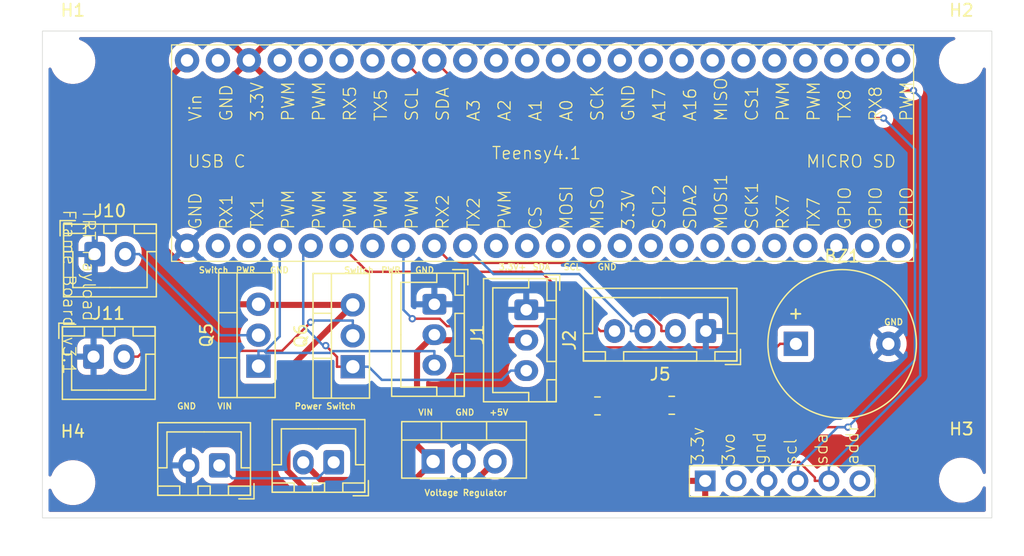
<source format=kicad_pcb>
(kicad_pcb (version 20241229) (generator "pcbnew") (generator_version "9.0")
  (layers (0 "F.Cu" signal) (2 "B.Cu" signal) (13 "F.Paste" user) (15 "B.Paste" user) (5 "F.SilkS" user "F.Silkscreen") (7 "B.SilkS" user "B.Silkscreen") (1 "F.Mask" user) (3 "B.Mask" user) (25 "Edge.Cuts" user))
  (net 0 "")
  (net 2 "SCL")
  (net 3 "GND")
  (net 4 "SDA")
  (net 5 "+3.3V")
  (net 7 "BuzzerPin")
  (net 8 "Nichrome1")
  (net 9 "+9V")
  (net 10 "Nichrome2")
  (net 11 "Net-(J3-Pin_1)")
  (net 12 "+5V")
  (net 28 "Net-(J10-Pin_2)")
  (net 34 "VehicleRX")
  (net 41 "VehicleTX")
  (net 51 "VehicleOn")
  (net 53 "Net-(J11-Pin_2)")
  (footprint "MountingHole:MountingHole_3.2mm_M3" (layer "F.Cu") (at 119.5 58)
    (property "Reference" "H1" (at 0 -4.2 0) (layer "F.SilkS"))
    (property "Value" "MountingHole")
    (pad "" np_thru_hole circle (at 0 0) (size 3.2 3.2) (drill 3.2) (layers "*.Cu" "*.Mask"))
  )
  (footprint "Connector_JST:JST_XH_B3B-XH-A_1x03_P2.50mm_Vertical" (layer "F.Cu") (at 149.2 77.95 -90)
    (property "Reference" "J1" (at 2.5 -3.55 90) (layer "F.SilkS"))
    (property "Value" "Nichrome 1" (hide yes))
    (fp_line (start -2.56 3.51) (end 7.56 3.51) (stroke (width 0.12)) (layer "F.SilkS"))
    (fp_line (start 7.56 3.51) (end 7.56 -2.46) (stroke (width 0.12)) (layer "F.SilkS"))
    (fp_line (start -1.8 2.75) (end 2.5 2.75) (stroke (width 0.12)) (layer "F.SilkS"))
    (fp_line (start 6.8 2.75) (end 2.5 2.75) (stroke (width 0.12)) (layer "F.SilkS"))
    (fp_line (start -2.55 -0.2) (end -1.8 -0.2) (stroke (width 0.12)) (layer "F.SilkS"))
    (fp_line (start -1.8 -0.2) (end -1.8 2.75) (stroke (width 0.12)) (layer "F.SilkS"))
    (fp_line (start 6.8 -0.2) (end 6.8 2.75) (stroke (width 0.12)) (layer "F.SilkS"))
    (fp_line (start 7.55 -0.2) (end 6.8 -0.2) (stroke (width 0.12)) (layer "F.SilkS"))
    (fp_line (start -2.55 -1.7) (end -0.75 -1.7) (stroke (width 0.12)) (layer "F.SilkS"))
    (fp_line (start -0.75 -1.7) (end -0.75 -2.45) (stroke (width 0.12)) (layer "F.SilkS"))
    (fp_line (start 0.75 -1.7) (end 4.25 -1.7) (stroke (width 0.12)) (layer "F.SilkS"))
    (fp_line (start 4.25 -1.7) (end 4.25 -2.45) (stroke (width 0.12)) (layer "F.SilkS"))
    (fp_line (start 5.75 -1.7) (end 7.55 -1.7) (stroke (width 0.12)) (layer "F.SilkS"))
    (fp_line (start 7.55 -1.7) (end 7.55 -2.45) (stroke (width 0.12)) (layer "F.SilkS"))
    (fp_line (start -2.55 -2.45) (end -2.55 -1.7) (stroke (width 0.12)) (layer "F.SilkS"))
    (fp_line (start -0.75 -2.45) (end -2.55 -2.45) (stroke (width 0.12)) (layer "F.SilkS"))
    (fp_line (start 0.75 -2.45) (end 0.75 -1.7) (stroke (width 0.12)) (layer "F.SilkS"))
    (fp_line (start 4.25 -2.45) (end 0.75 -2.45) (stroke (width 0.12)) (layer "F.SilkS"))
    (fp_line (start 5.75 -2.45) (end 5.75 -1.7) (stroke (width 0.12)) (layer "F.SilkS"))
    (fp_line (start 7.55 -2.45) (end 5.75 -2.45) (stroke (width 0.12)) (layer "F.SilkS"))
    (fp_line (start -2.56 -2.46) (end -2.56 3.51) (stroke (width 0.12)) (layer "F.SilkS"))
    (fp_line (start 7.56 -2.46) (end -2.56 -2.46) (stroke (width 0.12)) (layer "F.SilkS"))
    (fp_line (start -2.85 -2.75) (end -2.85 -1.5) (stroke (width 0.12)) (layer "F.SilkS"))
    (fp_line (start -1.6 -2.75) (end -2.85 -2.75) (stroke (width 0.12)) (layer "F.SilkS"))
    (pad "1" thru_hole roundrect (at 0 0 270) (size 1.7 1.95) (drill 0.95) (layers "*.Cu" "*.Mask") (roundrect_rratio 0.147059) (net 3 "GND"))
    (pad "2" thru_hole oval (at 2.5 0 270) (size 1.7 1.95) (drill 0.95) (layers "*.Cu" "*.Mask") (net 9 "+9V"))
    (pad "3" thru_hole oval (at 5 0 270) (size 1.7 1.95) (drill 0.95) (layers "*.Cu" "*.Mask") (net 8 "Nichrome1"))
  )
  (footprint "Breakout Boards:Teensy_4.1" (layer "F.Cu") (at 158.09 65.53 90)
    (property "Reference" "Teensy4.1" (at 0 -0.5 0) (layer "F.SilkS") (effects (font (thickness 0.1))))
    (property "Value" "~")
    (fp_line (start 8.89 -30.48) (end -8.89 -30.48) (stroke (width 0.1)) (layer "F.SilkS"))
    (fp_line (start 8.89 -30.48) (end 8.89 -2.54) (stroke (width 0.1)) (layer "F.SilkS"))
    (fp_line (start -8.89 -1.27) (end -8.89 -30.48) (stroke (width 0.1)) (layer "F.SilkS"))
    (fp_line (start -8.89 -1.27) (end -8.89 0) (stroke (width 0.1)) (layer "F.SilkS"))
    (fp_line (start -8.89 0) (end -8.89 30.48) (stroke (width 0.1)) (layer "F.SilkS"))
    (fp_line (start 8.89 30.48) (end 8.89 -2.54) (stroke (width 0.1)) (layer "F.SilkS"))
    (fp_line (start -8.89 30.48) (end 8.89 30.48) (stroke (width 0.1)) (layer "F.SilkS"))
    (fp_text user "TX7" (at -6.35 22.86 90) (layer "F.SilkS") (effects (font (thickness 0.1)) (justify left bottom)))
    (fp_text user "SDA" (at 2.54 -7.62 90) (layer "F.SilkS") (effects (font (thickness 0.1)) (justify left bottom)))
    (fp_text user "Vin" (at 2.54 -27.94 90) (layer "F.SilkS") (effects (font (thickness 0.1)) (justify left bottom)))
    (fp_text user "PWM" (at 2.54 22.86 90) (layer "F.SilkS") (effects (font (thickness 0.1)) (justify left bottom)))
    (fp_text user "PWM" (at -6.35 -17.78 90) (layer "F.SilkS") (effects (font (thickness 0.1)) (justify left bottom)))
    (fp_text user "A16" (at 2.54 12.7 90) (layer "F.SilkS") (effects (font (thickness 0.1)) (justify left bottom)))
    (fp_text user "PWM" (at 2.54 -17.78 90) (layer "F.SilkS") (effects (font (thickness 0.1)) (justify left bottom)))
    (fp_text user "A0" (at 2.54 2.54 90) (layer "F.SilkS") (effects (font (thickness 0.1)) (justify left bottom)))
    (fp_text user "TX5" (at 2.54 -12.7 90) (layer "F.SilkS") (effects (font (thickness 0.1)) (justify left bottom)))
    (fp_text user "TX2" (at -6.35 -5.08 90) (layer "F.SilkS") (effects (font (thickness 0.1)) (justify left bottom)))
    (fp_text user "A1" (at 2.54 0 90) (layer "F.SilkS") (effects (font (thickness 0.1)) (justify left bottom)))
    (fp_text user "SCL2" (at -6.35 10.16 90) (layer "F.SilkS") (effects (font (thickness 0.1)) (justify left bottom)))
    (fp_text user "MOSI1" (at -6.35 15.24 90) (layer "F.SilkS") (effects (font (thickness 0.1)) (justify left bottom)))
    (fp_text user "SCL" (at 2.54 -10.16 90) (layer "F.SilkS") (effects (font (thickness 0.1)) (justify left bottom)))
    (fp_text user "RX8" (at 2.54 27.94 90) (layer "F.SilkS") (effects (font (thickness 0.1)) (justify left bottom)))
    (fp_text user "GND" (at -6.35 -27.94 90) (layer "F.SilkS") (effects (font (thickness 0.1)) (justify left bottom)))
    (fp_text user "GPIO" (at -6.35 30.48 90) (layer "F.SilkS") (effects (font (thickness 0.1)) (justify left bottom)))
    (fp_text user "A3" (at 2.54 -5.08 90) (layer "F.SilkS") (effects (font (thickness 0.1)) (justify left bottom)))
    (fp_text user "GPIO" (at -6.35 25.4 90) (layer "F.SilkS") (effects (font (thickness 0.1)) (justify left bottom)))
    (fp_text user "PWM" (at -6.35 -15.24 90) (layer "F.SilkS") (effects (font (thickness 0.1)) (justify left bottom)))
    (fp_text user "MISO" (at -6.35 5.08 90) (layer "F.SilkS") (effects (font (thickness 0.1)) (justify left bottom)))
    (fp_text user "RX2" (at -6.35 -7.62 90) (layer "F.SilkS") (effects (font (thickness 0.1)) (justify left bottom)))
    (fp_text user "A17" (at 2.54 10.16 90) (layer "F.SilkS") (effects (font (thickness 0.1)) (justify left bottom)))
    (fp_text user "MISO" (at 2.54 15.24 90) (layer "F.SilkS") (effects (font (thickness 0.1)) (justify left bottom)))
    (fp_text user "SCK" (at 2.54 5.08 90) (layer "F.SilkS") (effects (font (thickness 0.1)) (justify left bottom)))
    (fp_text user "PWM" (at -6.35 -10.16 90) (layer "F.SilkS") (effects (font (thickness 0.1)) (justify left bottom)))
    (fp_text user "PWM" (at 2.54 20.32 90) (layer "F.SilkS") (effects (font (thickness 0.1)) (justify left bottom)))
    (fp_text user "TX8" (at 2.54 25.4 90) (layer "F.SilkS") (effects (font (thickness 0.1)) (justify left bottom)))
    (fp_text user "3.3V" (at 2.54 -22.86 90) (layer "F.SilkS") (effects (font (thickness 0.1)) (justify left bottom)))
    (fp_text user "USB C" (at -1.27 -29.21 0) (layer "F.SilkS") (effects (font (thickness 0.1)) (justify left bottom)))
    (fp_text user "PWM" (at -6.35 -2.54 90) (layer "F.SilkS") (effects (font (thickness 0.1)) (justify left bottom)))
    (fp_text user "SDA2" (at -6.35 12.7 90) (layer "F.SilkS") (effects (font (thickness 0.1)) (justify left bottom)))
    (fp_text user "CS1" (at 2.54 17.78 90) (layer "F.SilkS") (effects (font (thickness 0.1)) (justify left bottom)))
    (fp_text user "MICRO SD" (at -1.27 21.59 0) (layer "F.SilkS") (effects (font (thickness 0.1)) (justify left bottom)))
    (fp_text user "RX1" (at -6.35 -25.4 90) (layer "F.SilkS") (effects (font (thickness 0.1)) (justify left bottom)))
    (fp_text user "SCK1" (at -6.35 17.78 90) (layer "F.SilkS") (effects (font (thickness 0.1)) (justify left bottom)))
    (fp_text user "RX7" (at -6.35 20.32 90) (layer "F.SilkS") (effects (font (thickness 0.1)) (justify left bottom)))
    (fp_text user "GND" (at 2.54 7.62 90) (layer "F.SilkS") (effects (font (thickness 0.1)) (justify left bottom)))
    (fp_text user "MOSI" (at -6.35 2.54 90) (layer "F.SilkS") (effects (font (thickness 0.1)) (justify left bottom)))
    (fp_text user "RX5" (at 2.54 -15.24 90) (layer "F.SilkS") (effects (font (thickness 0.1)) (justify left bottom)))
    (fp_text user "TX1" (at -6.35 -22.86 90) (layer "F.SilkS") (effects (font (thickness 0.1)) (justify left bottom)))
    (fp_text user "PWM" (at -6.35 -12.7 90) (layer "F.SilkS") (effects (font (thickness 0.1)) (justify left bottom)))
    (fp_text user "PWM" (at -6.35 -20.32 90) (layer "F.SilkS") (effects (font (thickness 0.1)) (justify left bottom)))
    (fp_text user "GPIO" (at -6.35 27.94 90) (layer "F.SilkS") (effects (font (thickness 0.1)) (justify left bottom)))
    (fp_text user "CS" (at -6.35 0 90) (layer "F.SilkS") (effects (font (thickness 0.1)) (justify left bottom)))
    (fp_text user "3.3V" (at -6.35 7.62 90) (layer "F.SilkS") (effects (font (thickness 0.1)) (justify left bottom)))
    (fp_text user "PWM" (at 2.54 30.48 90) (layer "F.SilkS") (effects (font (thickness 0.1)) (justify left bottom)))
    (fp_text user "A2" (at 2.54 -2.54 90) (layer "F.SilkS") (effects (font (thickness 0.1)) (justify left bottom)))
    (fp_text user "GND" (at 2.54 -25.4 90) (layer "F.SilkS") (effects (font (thickness 0.1)) (justify left bottom)))
    (fp_text user "PWM" (at 2.54 -20.32 90) (layer "F.SilkS") (effects (font (thickness 0.1)) (justify left bottom)))
    (pad "0" thru_hole circle (at -7.62 -29.21 90) (size 2 2) (drill 1.02) (layers "*.Cu" "*.Mask") (net 3 "GND"))
    (pad "1" thru_hole circle (at -7.62 -26.67 90) (size 2 2) (drill 1.02) (layers "*.Cu" "*.Mask"))
    (pad "2" thru_hole circle (at -7.62 -24.13 90) (size 2 2) (drill 1.02) (layers "*.Cu" "*.Mask"))
    (pad "3" thru_hole circle (at -7.62 -21.59 90) (size 2 2) (drill 1.02) (layers "*.Cu" "*.Mask") (net 8 "Nichrome1"))
    (pad "4" thru_hole circle (at -7.62 -19.05 90) (size 2 2) (drill 1.02) (layers "*.Cu" "*.Mask") (net 10 "Nichrome2"))
    (pad "5" thru_hole circle (at -7.62 -16.51 90) (size 2 2) (drill 1.02) (layers "*.Cu" "*.Mask") (net 51 "VehicleOn"))
    (pad "6" thru_hole circle (at -7.62 -13.97 90) (size 2 2) (drill 1.02) (layers "*.Cu" "*.Mask"))
    (pad "7" thru_hole circle (at -7.62 -11.43 90) (size 2 2) (drill 1.02) (layers "*.Cu" "*.Mask") (net 7 "BuzzerPin"))
    (pad "8" thru_hole circle (at -7.62 -8.89 90) (size 2 2) (drill 1.02) (layers "*.Cu" "*.Mask") (net 41 "VehicleTX"))
    (pad "9" thru_hole circle (at -7.62 -6.35 90) (size 2 2) (drill 1.02) (layers "*.Cu" "*.Mask") (net 34 "VehicleRX"))
    (pad "10" thru_hole circle (at -7.62 -3.81 90) (size 2 2) (drill 1.02) (layers "*.Cu" "*.Mask"))
    (pad "11" thru_hole circle (at -7.62 -1.27 90) (size 2 2) (drill 1.02) (layers "*.Cu" "*.Mask"))
    (pad "12" thru_hole circle (at -7.62 1.27 90) (size 2 2) (drill 1.02) (layers "*.Cu" "*.Mask"))
    (pad "13" thru_hole circle (at -7.62 3.81 90) (size 2 2) (drill 1.02) (layers "*.Cu" "*.Mask"))
    (pad "14" thru_hole circle (at -7.62 6.35 90) (size 2 2) (drill 1.02) (layers "*.Cu" "*.Mask"))
    (pad "15" thru_hole circle (at -7.62 8.89 90) (size 2 2) (drill 1.02) (layers "*.Cu" "*.Mask"))
    (pad "16" thru_hole circle (at -7.62 11.43 90) (size 2 2) (drill 1.02) (layers "*.Cu" "*.Mask"))
    (pad "17" thru_hole circle (at -7.62 13.97 90) (size 2 2) (drill 1.02) (layers "*.Cu" "*.Mask"))
    (pad "18" thru_hole circle (at -7.62 16.51 90) (size 2 2) (drill 1.02) (layers "*.Cu" "*.Mask"))
    (pad "19" thru_hole circle (at -7.62 19.05 90) (size 2 2) (drill 1.02) (layers "*.Cu" "*.Mask"))
    (pad "20" thru_hole circle (at -7.62 21.59 90) (size 2 2) (drill 1.02) (layers "*.Cu" "*.Mask"))
    (pad "21" thru_hole circle (at -7.62 24.13 90) (size 2 2) (drill 1.02) (layers "*.Cu" "*.Mask"))
    (pad "22" thru_hole circle (at -7.62 26.67 90) (size 2 2) (drill 1.02) (layers "*.Cu" "*.Mask"))
    (pad "23" thru_hole circle (at -7.62 29.21 90) (size 2 2) (drill 1.02) (layers "*.Cu" "*.Mask"))
    (pad "24" thru_hole circle (at 7.62 29.21 90) (size 2 2) (drill 1.02) (layers "*.Cu" "*.Mask"))
    (pad "25" thru_hole circle (at 7.62 26.67 90) (size 2 2) (drill 1.02) (layers "*.Cu" "*.Mask"))
    (pad "26" thru_hole circle (at 7.62 24.13 90) (size 2 2) (drill 1.02) (layers "*.Cu" "*.Mask"))
    (pad "27" thru_hole circle (at 7.62 21.59 90) (size 2 2) (drill 1.02) (layers "*.Cu" "*.Mask"))
    (pad "28" thru_hole circle (at 7.62 19.05 90) (size 2 2) (drill 1.02) (layers "*.Cu" "*.Mask"))
    (pad "29" thru_hole circle (at 7.62 16.51 90) (size 2 2) (drill 1.02) (layers "*.Cu" "*.Mask"))
    (pad "30" thru_hole circle (at 7.62 13.97 90) (size 2 2) (drill 1.02) (layers "*.Cu" "*.Mask"))
    (pad "31" thru_hole circle (at 7.62 11.43 90) (size 2 2) (drill 1.02) (layers "*.Cu" "*.Mask"))
    (pad "32" thru_hole circle (at 7.62 8.89 90) (size 2 2) (drill 1.02) (layers "*.Cu" "*.Mask"))
    (pad "33" thru_hole circle (at 7.62 6.35 90) (size 2 2) (drill 1.02) (layers "*.Cu" "*.Mask"))
    (pad "34" thru_hole circle (at 7.62 3.81 90) (size 2 2) (drill 1.02) (layers "*.Cu" "*.Mask"))
    (pad "35" thru_hole circle (at 7.62 1.27 90) (size 2 2) (drill 1.02) (layers "*.Cu" "*.Mask"))
    (pad "36" thru_hole circle (at 7.62 -1.27 90) (size 2 2) (drill 1.02) (layers "*.Cu" "*.Mask"))
    (pad "37" thru_hole circle (at 7.62 -3.81 90) (size 2 2) (drill 1.02) (layers "*.Cu" "*.Mask"))
    (pad "38" thru_hole circle (at 7.62 -6.35 90) (size 2 2) (drill 1.02) (layers "*.Cu" "*.Mask"))
    (pad "39" thru_hole circle (at 7.62 -8.89 90) (size 2 2) (drill 1.02) (layers "*.Cu" "*.Mask") (net 4 "SDA"))
    (pad "40" thru_hole circle (at 7.62 -11.43 90) (size 2 2) (drill 1.02) (layers "*.Cu" "*.Mask") (net 2 "SCL"))
    (pad "41" thru_hole circle (at 7.62 -13.97 90) (size 2 2) (drill 1.02) (layers "*.Cu" "*.Mask"))
    (pad "42" thru_hole circle (at 7.62 -16.51 90) (size 2 2) (drill 1.02) (layers "*.Cu" "*.Mask"))
    (pad "43" thru_hole circle (at 7.62 -19.05 90) (size 2 2) (drill 1.02) (layers "*.Cu" "*.Mask"))
    (pad "44" thru_hole circle (at 7.62 -21.59 90) (size 2 2) (drill 1.02) (layers "*.Cu" "*.Mask"))
    (pad "45" thru_hole circle (at 7.62 -24.13 90) (size 2 2) (drill 1.02) (layers "*.Cu" "*.Mask") (net 5 "+3.3V"))
    (pad "46" thru_hole circle (at 7.62 -26.67 90) (size 2 2) (drill 1.02) (layers "*.Cu" "*.Mask"))
    (pad "47" thru_hole circle (at 7.62 -29.21 90) (size 2 2) (drill 1.02) (layers "*.Cu" "*.Mask") (net 12 "+5V"))
  )
  (footprint "Connector_JST:JST_XH_B2B-XH-A_1x02_P2.50mm_Vertical" (layer "F.Cu") (at 131.532 91.186 180)
    (property "Reference" "J3" (hide yes))
    (property "Value" "Battery in")
    (fp_line (start 5.06 3.51) (end 5.06 -2.46) (stroke (width 0.12)) (layer "F.SilkS"))
    (fp_line (start 5.06 -2.46) (end -2.56 -2.46) (stroke (width 0.12)) (layer "F.SilkS"))
    (fp_line (start 5.05 -0.2) (end 4.3 -0.2) (stroke (width 0.12)) (layer "F.SilkS"))
    (fp_line (start 5.05 -1.7) (end 5.05 -2.45) (stroke (width 0.12)) (layer "F.SilkS"))
    (fp_line (start 5.05 -2.45) (end 3.25 -2.45) (stroke (width 0.12)) (layer "F.SilkS"))
    (fp_line (start 4.3 2.75) (end 1.25 2.75) (stroke (width 0.12)) (layer "F.SilkS"))
    (fp_line (start 4.3 -0.2) (end 4.3 2.75) (stroke (width 0.12)) (layer "F.SilkS"))
    (fp_line (start 3.25 -1.7) (end 5.05 -1.7) (stroke (width 0.12)) (layer "F.SilkS"))
    (fp_line (start 3.25 -2.45) (end 3.25 -1.7) (stroke (width 0.12)) (layer "F.SilkS"))
    (fp_line (start 1.75 -1.7) (end 1.75 -2.45) (stroke (width 0.12)) (layer "F.SilkS"))
    (fp_line (start 1.75 -2.45) (end 0.75 -2.45) (stroke (width 0.12)) (layer "F.SilkS"))
    (fp_line (start 0.75 -1.7) (end 1.75 -1.7) (stroke (width 0.12)) (layer "F.SilkS"))
    (fp_line (start 0.75 -2.45) (end 0.75 -1.7) (stroke (width 0.12)) (layer "F.SilkS"))
    (fp_line (start -0.75 -1.7) (end -0.75 -2.45) (stroke (width 0.12)) (layer "F.SilkS"))
    (fp_line (start -0.75 -2.45) (end -2.55 -2.45) (stroke (width 0.12)) (layer "F.SilkS"))
    (fp_line (start -1.6 -2.75) (end -2.85 -2.75) (stroke (width 0.12)) (layer "F.SilkS"))
    (fp_line (start -1.8 2.75) (end 1.25 2.75) (stroke (width 0.12)) (layer "F.SilkS"))
    (fp_line (start -1.8 -0.2) (end -1.8 2.75) (stroke (width 0.12)) (layer "F.SilkS"))
    (fp_line (start -2.55 -0.2) (end -1.8 -0.2) (stroke (width 0.12)) (layer "F.SilkS"))
    (fp_line (start -2.55 -1.7) (end -0.75 -1.7) (stroke (width 0.12)) (layer "F.SilkS"))
    (fp_line (start -2.55 -2.45) (end -2.55 -1.7) (stroke (width 0.12)) (layer "F.SilkS"))
    (fp_line (start -2.56 3.51) (end 5.06 3.51) (stroke (width 0.12)) (layer "F.SilkS"))
    (fp_line (start -2.56 -2.46) (end -2.56 3.51) (stroke (width 0.12)) (layer "F.SilkS"))
    (fp_line (start -2.85 -2.75) (end -2.85 -1.5) (stroke (width 0.12)) (layer "F.SilkS"))
    (pad "1" thru_hole roundrect (at 0 0 180) (size 1.7 2) (drill 1) (layers "*.Cu" "*.Mask") (roundrect_rratio 0.147059) (net 11 "Net-(J3-Pin_1)"))
    (pad "2" thru_hole oval (at 2.5 0 180) (size 1.7 2) (drill 1) (layers "*.Cu" "*.Mask") (net 3 "GND"))
  )
  (footprint "Connector_JST:JST_XH_B4B-XH-A_1x04_P2.50mm_Vertical" (layer "F.Cu") (at 171.5 80.15 180)
    (property "Reference" "J5" (at 3.75 -3.55 0) (layer "F.SilkS"))
    (property "Value" "BayConnector")
    (fp_line (start 10.06 3.51) (end 10.06 -2.46) (stroke (width 0.12)) (layer "F.SilkS"))
    (fp_line (start 10.06 -2.46) (end -2.56 -2.46) (stroke (width 0.12)) (layer "F.SilkS"))
    (fp_line (start 10.05 -0.2) (end 9.3 -0.2) (stroke (width 0.12)) (layer "F.SilkS"))
    (fp_line (start 10.05 -1.7) (end 10.05 -2.45) (stroke (width 0.12)) (layer "F.SilkS"))
    (fp_line (start 10.05 -2.45) (end 8.25 -2.45) (stroke (width 0.12)) (layer "F.SilkS"))
    (fp_line (start 9.3 2.75) (end 3.75 2.75) (stroke (width 0.12)) (layer "F.SilkS"))
    (fp_line (start 9.3 -0.2) (end 9.3 2.75) (stroke (width 0.12)) (layer "F.SilkS"))
    (fp_line (start 8.25 -1.7) (end 10.05 -1.7) (stroke (width 0.12)) (layer "F.SilkS"))
    (fp_line (start 8.25 -2.45) (end 8.25 -1.7) (stroke (width 0.12)) (layer "F.SilkS"))
    (fp_line (start 6.75 -1.7) (end 6.75 -2.45) (stroke (width 0.12)) (layer "F.SilkS"))
    (fp_line (start 6.75 -2.45) (end 0.75 -2.45) (stroke (width 0.12)) (layer "F.SilkS"))
    (fp_line (start 0.75 -1.7) (end 6.75 -1.7) (stroke (width 0.12)) (layer "F.SilkS"))
    (fp_line (start 0.75 -2.45) (end 0.75 -1.7) (stroke (width 0.12)) (layer "F.SilkS"))
    (fp_line (start -0.75 -1.7) (end -0.75 -2.45) (stroke (width 0.12)) (layer "F.SilkS"))
    (fp_line (start -0.75 -2.45) (end -2.55 -2.45) (stroke (width 0.12)) (layer "F.SilkS"))
    (fp_line (start -1.6 -2.75) (end -2.85 -2.75) (stroke (width 0.12)) (layer "F.SilkS"))
    (fp_line (start -1.8 2.75) (end 3.75 2.75) (stroke (width 0.12)) (layer "F.SilkS"))
    (fp_line (start -1.8 -0.2) (end -1.8 2.75) (stroke (width 0.12)) (layer "F.SilkS"))
    (fp_line (start -2.55 -0.2) (end -1.8 -0.2) (stroke (width 0.12)) (layer "F.SilkS"))
    (fp_line (start -2.55 -1.7) (end -0.75 -1.7) (stroke (width 0.12)) (layer "F.SilkS"))
    (fp_line (start -2.55 -2.45) (end -2.55 -1.7) (stroke (width 0.12)) (layer "F.SilkS"))
    (fp_line (start -2.56 3.51) (end 10.06 3.51) (stroke (width 0.12)) (layer "F.SilkS"))
    (fp_line (start -2.56 -2.46) (end -2.56 3.51) (stroke (width 0.12)) (layer "F.SilkS"))
    (fp_line (start -2.85 -2.75) (end -2.85 -1.5) (stroke (width 0.12)) (layer "F.SilkS"))
    (pad "1" thru_hole roundrect (at 0 0 180) (size 1.7 1.95) (drill 0.95) (layers "*.Cu" "*.Mask") (roundrect_rratio 0.147059) (net 3 "GND"))
    (pad "2" thru_hole oval (at 2.5 0 180) (size 1.7 1.95) (drill 0.95) (layers "*.Cu" "*.Mask") (net 41 "VehicleTX"))
    (pad "3" thru_hole oval (at 5 0 180) (size 1.7 1.95) (drill 0.95) (layers "*.Cu" "*.Mask") (net 34 "VehicleRX"))
    (pad "4" thru_hole oval (at 7.5 0 180) (size 1.7 1.95) (drill 0.95) (layers "*.Cu" "*.Mask") (net 51 "VehicleOn"))
  )
  (footprint "Package_TO_SOT_THT:TO-220-3_Vertical" (layer "F.Cu") (at 142.5 83.08 90)
    (property "Reference" "Q6" (at 2.54 -4.27 90) (layer "F.SilkS"))
    (property "Value" "Nichrome")
    (fp_line (start 7.66 -3.27) (end 7.66 1.371) (stroke (width 0.12)) (layer "F.SilkS"))
    (fp_line (start 4.391 -3.27) (end 4.391 -1.76) (stroke (width 0.12)) (layer "F.SilkS"))
    (fp_line (start 0.69 -3.27) (end 0.69 -1.76) (stroke (width 0.12)) (layer "F.SilkS"))
    (fp_line (start -2.58 -3.27) (end 7.66 -3.27) (stroke (width 0.12)) (layer "F.SilkS"))
    (fp_line (start -2.58 -3.27) (end -2.58 1.371) (stroke (width 0.12)) (layer "F.SilkS"))
    (fp_line (start -2.58 -1.76) (end 7.66 -1.76) (stroke (width 0.12)) (layer "F.SilkS"))
    (fp_line (start -2.58 1.371) (end 7.66 1.371) (stroke (width 0.12)) (layer "F.SilkS"))
    (pad "1" thru_hole rect (at 0 0 90) (size 1.905 2) (drill 1.1) (layers "*.Cu" "*.Mask") (net 10 "Nichrome2"))
    (pad "2" thru_hole oval (at 2.54 0 90) (size 1.905 2) (drill 1.1) (layers "*.Cu" "*.Mask") (net 53 "Net-(J11-Pin_2)"))
    (pad "3" thru_hole oval (at 5.08 0 90) (size 1.905 2) (drill 1.1) (layers "*.Cu" "*.Mask") (net 12 "+5V"))
  )
  (footprint "Package_TO_SOT_THT:TO-220-3_Vertical" (layer "F.Cu") (at 134.75 83.03 90)
    (property "Reference" "Q5" (at 2.54 -4.27 90) (layer "F.SilkS"))
    (property "Value" "Nichrome")
    (fp_line (start 7.66 -3.27) (end 7.66 1.371) (stroke (width 0.12)) (layer "F.SilkS"))
    (fp_line (start 4.391 -3.27) (end 4.391 -1.76) (stroke (width 0.12)) (layer "F.SilkS"))
    (fp_line (start 0.69 -3.27) (end 0.69 -1.76) (stroke (width 0.12)) (layer "F.SilkS"))
    (fp_line (start -2.58 -3.27) (end 7.66 -3.27) (stroke (width 0.12)) (layer "F.SilkS"))
    (fp_line (start -2.58 -3.27) (end -2.58 1.371) (stroke (width 0.12)) (layer "F.SilkS"))
    (fp_line (start -2.58 -1.76) (end 7.66 -1.76) (stroke (width 0.12)) (layer "F.SilkS"))
    (fp_line (start -2.58 1.371) (end 7.66 1.371) (stroke (width 0.12)) (layer "F.SilkS"))
    (pad "1" thru_hole rect (at 0 0 90) (size 1.905 2) (drill 1.1) (layers "*.Cu" "*.Mask") (net 8 "Nichrome1"))
    (pad "2" thru_hole oval (at 2.54 0 90) (size 1.905 2) (drill 1.1) (layers "*.Cu" "*.Mask") (net 28 "Net-(J10-Pin_2)"))
    (pad "3" thru_hole oval (at 5.08 0 90) (size 1.905 2) (drill 1.1) (layers "*.Cu" "*.Mask") (net 12 "+5V"))
  )
  (footprint "Connector_JST:JST_XH_B2B-XH-A_1x02_P2.50mm_Vertical" (layer "F.Cu") (at 140.93 90.932 180)
    (property "Reference" "J6" (hide yes))
    (property "Value" "Switch")
    (fp_line (start 5.06 3.51) (end 5.06 -2.46) (stroke (width 0.12)) (layer "F.SilkS"))
    (fp_line (start 5.06 -2.46) (end -2.56 -2.46) (stroke (width 0.12)) (layer "F.SilkS"))
    (fp_line (start 5.05 -0.2) (end 4.3 -0.2) (stroke (width 0.12)) (layer "F.SilkS"))
    (fp_line (start 5.05 -1.7) (end 5.05 -2.45) (stroke (width 0.12)) (layer "F.SilkS"))
    (fp_line (start 5.05 -2.45) (end 3.25 -2.45) (stroke (width 0.12)) (layer "F.SilkS"))
    (fp_line (start 4.3 2.75) (end 1.25 2.75) (stroke (width 0.12)) (layer "F.SilkS"))
    (fp_line (start 4.3 -0.2) (end 4.3 2.75) (stroke (width 0.12)) (layer "F.SilkS"))
    (fp_line (start 3.25 -1.7) (end 5.05 -1.7) (stroke (width 0.12)) (layer "F.SilkS"))
    (fp_line (start 3.25 -2.45) (end 3.25 -1.7) (stroke (width 0.12)) (layer "F.SilkS"))
    (fp_line (start 1.75 -1.7) (end 1.75 -2.45) (stroke (width 0.12)) (layer "F.SilkS"))
    (fp_line (start 1.75 -2.45) (end 0.75 -2.45) (stroke (width 0.12)) (layer "F.SilkS"))
    (fp_line (start 0.75 -1.7) (end 1.75 -1.7) (stroke (width 0.12)) (layer "F.SilkS"))
    (fp_line (start 0.75 -2.45) (end 0.75 -1.7) (stroke (width 0.12)) (layer "F.SilkS"))
    (fp_line (start -0.75 -1.7) (end -0.75 -2.45) (stroke (width 0.12)) (layer "F.SilkS"))
    (fp_line (start -0.75 -2.45) (end -2.55 -2.45) (stroke (width 0.12)) (layer "F.SilkS"))
    (fp_line (start -1.6 -2.75) (end -2.85 -2.75) (stroke (width 0.12)) (layer "F.SilkS"))
    (fp_line (start -1.8 2.75) (end 1.25 2.75) (stroke (width 0.12)) (layer "F.SilkS"))
    (fp_line (start -1.8 -0.2) (end -1.8 2.75) (stroke (width 0.12)) (layer "F.SilkS"))
    (fp_line (start -2.55 -0.2) (end -1.8 -0.2) (stroke (width 0.12)) (layer "F.SilkS"))
    (fp_line (start -2.55 -1.7) (end -0.75 -1.7) (stroke (width 0.12)) (layer "F.SilkS"))
    (fp_line (start -2.55 -2.45) (end -2.55 -1.7) (stroke (width 0.12)) (layer "F.SilkS"))
    (fp_line (start -2.56 3.51) (end 5.06 3.51) (stroke (width 0.12)) (layer "F.SilkS"))
    (fp_line (start -2.56 -2.46) (end -2.56 3.51) (stroke (width 0.12)) (layer "F.SilkS"))
    (fp_line (start -2.85 -2.75) (end -2.85 -1.5) (stroke (width 0.12)) (layer "F.SilkS"))
    (pad "1" thru_hole roundrect (at 0 0 180) (size 1.7 2) (drill 1) (layers "*.Cu" "*.Mask") (roundrect_rratio 0.147059) (net 11 "Net-(J3-Pin_1)"))
    (pad "2" thru_hole oval (at 2.5 0 180) (size 1.7 2) (drill 1) (layers "*.Cu" "*.Mask") (net 9 "+9V"))
  )
  (footprint "MountingHole:MountingHole_3.2mm_M3" (layer "F.Cu") (at 192.5 92.4)
    (property "Reference" "H3" (at 0 -4.2 0) (layer "F.SilkS"))
    (property "Value" "MountingHole")
    (pad "" np_thru_hole circle (at 0 0) (size 3.2 3.2) (drill 3.2) (layers "*.Cu" "*.Mask"))
  )
  (footprint "Buzzer_Beeper:Buzzer_12x9.5RM7.6" (layer "F.Cu") (at 178.9 81.2)
    (property "Reference" "BZ1" (at 3.8 -7.2 0) (layer "F.SilkS"))
    (property "Value" "Buzzer")
    (fp_circle (center 3.8 0) (end 9.9 0) (stroke (width 0.12)) (fill no) (layer "F.SilkS"))
    (fp_text user "+" (at -0.01 -2.54 0) (layer "F.SilkS"))
    (pad "1" thru_hole rect (at 0 0) (size 2 2) (drill 1) (layers "*.Cu" "*.Mask") (net 7 "BuzzerPin"))
    (pad "2" thru_hole circle (at 7.6 0) (size 2 2) (drill 1) (layers "*.Cu" "*.Mask") (net 3 "GND"))
  )
  (footprint "MountingHole:MountingHole_3.2mm_M3" (layer "F.Cu") (at 192.5 58)
    (property "Reference" "H2" (at 0 -4.2 0) (layer "F.SilkS"))
    (property "Value" "MountingHole")
    (pad "" np_thru_hole circle (at 0 0) (size 3.2 3.2) (drill 3.2) (layers "*.Cu" "*.Mask"))
  )
  (footprint "Connector_JST:JST_XH_B2B-XH-A_1x02_P2.50mm_Vertical" (layer "F.Cu") (at 121.3 73.825)
    (property "Reference" "J10" (at 1.25 -3.55 0) (layer "F.SilkS"))
    (property "Value" "Nichrome")
    (fp_line (start -2.85 -2.75) (end -2.85 -1.5) (stroke (width 0.12)) (layer "F.SilkS"))
    (fp_line (start -2.56 -2.46) (end -2.56 3.51) (stroke (width 0.12)) (layer "F.SilkS"))
    (fp_line (start -2.56 3.51) (end 5.06 3.51) (stroke (width 0.12)) (layer "F.SilkS"))
    (fp_line (start -2.55 -2.45) (end -2.55 -1.7) (stroke (width 0.12)) (layer "F.SilkS"))
    (fp_line (start -2.55 -1.7) (end -0.75 -1.7) (stroke (width 0.12)) (layer "F.SilkS"))
    (fp_line (start -2.55 -0.2) (end -1.8 -0.2) (stroke (width 0.12)) (layer "F.SilkS"))
    (fp_line (start -1.8 -0.2) (end -1.8 2.75) (stroke (width 0.12)) (layer "F.SilkS"))
    (fp_line (start -1.8 2.75) (end 1.25 2.75) (stroke (width 0.12)) (layer "F.SilkS"))
    (fp_line (start -1.6 -2.75) (end -2.85 -2.75) (stroke (width 0.12)) (layer "F.SilkS"))
    (fp_line (start -0.75 -2.45) (end -2.55 -2.45) (stroke (width 0.12)) (layer "F.SilkS"))
    (fp_line (start -0.75 -1.7) (end -0.75 -2.45) (stroke (width 0.12)) (layer "F.SilkS"))
    (fp_line (start 0.75 -2.45) (end 0.75 -1.7) (stroke (width 0.12)) (layer "F.SilkS"))
    (fp_line (start 0.75 -1.7) (end 1.75 -1.7) (stroke (width 0.12)) (layer "F.SilkS"))
    (fp_line (start 1.75 -2.45) (end 0.75 -2.45) (stroke (width 0.12)) (layer "F.SilkS"))
    (fp_line (start 1.75 -1.7) (end 1.75 -2.45) (stroke (width 0.12)) (layer "F.SilkS"))
    (fp_line (start 3.25 -2.45) (end 3.25 -1.7) (stroke (width 0.12)) (layer "F.SilkS"))
    (fp_line (start 3.25 -1.7) (end 5.05 -1.7) (stroke (width 0.12)) (layer "F.SilkS"))
    (fp_line (start 4.3 -0.2) (end 4.3 2.75) (stroke (width 0.12)) (layer "F.SilkS"))
    (fp_line (start 4.3 2.75) (end 1.25 2.75) (stroke (width 0.12)) (layer "F.SilkS"))
    (fp_line (start 5.05 -2.45) (end 3.25 -2.45) (stroke (width 0.12)) (layer "F.SilkS"))
    (fp_line (start 5.05 -1.7) (end 5.05 -2.45) (stroke (width 0.12)) (layer "F.SilkS"))
    (fp_line (start 5.05 -0.2) (end 4.3 -0.2) (stroke (width 0.12)) (layer "F.SilkS"))
    (fp_line (start 5.06 -2.46) (end -2.56 -2.46) (stroke (width 0.12)) (layer "F.SilkS"))
    (fp_line (start 5.06 3.51) (end 5.06 -2.46) (stroke (width 0.12)) (layer "F.SilkS"))
    (pad "1" thru_hole roundrect (at 0 0) (size 1.7 2) (drill 1) (layers "*.Cu" "*.Mask") (roundrect_rratio 0.147059) (net 3 "GND"))
    (pad "2" thru_hole oval (at 2.5 0) (size 1.7 2) (drill 1) (layers "*.Cu" "*.Mask") (net 28 "Net-(J10-Pin_2)"))
  )
  (footprint "Connector_JST:JST_XH_B2B-XH-A_1x02_P2.50mm_Vertical" (layer "F.Cu") (at 121.2 82.25)
    (property "Reference" "J11" (at 1.25 -3.55 0) (layer "F.SilkS"))
    (property "Value" "Nichrome")
    (fp_line (start -2.85 -2.75) (end -2.85 -1.5) (stroke (width 0.12)) (layer "F.SilkS"))
    (fp_line (start -2.56 -2.46) (end -2.56 3.51) (stroke (width 0.12)) (layer "F.SilkS"))
    (fp_line (start -2.56 3.51) (end 5.06 3.51) (stroke (width 0.12)) (layer "F.SilkS"))
    (fp_line (start -2.55 -2.45) (end -2.55 -1.7) (stroke (width 0.12)) (layer "F.SilkS"))
    (fp_line (start -2.55 -1.7) (end -0.75 -1.7) (stroke (width 0.12)) (layer "F.SilkS"))
    (fp_line (start -2.55 -0.2) (end -1.8 -0.2) (stroke (width 0.12)) (layer "F.SilkS"))
    (fp_line (start -1.8 -0.2) (end -1.8 2.75) (stroke (width 0.12)) (layer "F.SilkS"))
    (fp_line (start -1.8 2.75) (end 1.25 2.75) (stroke (width 0.12)) (layer "F.SilkS"))
    (fp_line (start -1.6 -2.75) (end -2.85 -2.75) (stroke (width 0.12)) (layer "F.SilkS"))
    (fp_line (start -0.75 -2.45) (end -2.55 -2.45) (stroke (width 0.12)) (layer "F.SilkS"))
    (fp_line (start -0.75 -1.7) (end -0.75 -2.45) (stroke (width 0.12)) (layer "F.SilkS"))
    (fp_line (start 0.75 -2.45) (end 0.75 -1.7) (stroke (width 0.12)) (layer "F.SilkS"))
    (fp_line (start 0.75 -1.7) (end 1.75 -1.7) (stroke (width 0.12)) (layer "F.SilkS"))
    (fp_line (start 1.75 -2.45) (end 0.75 -2.45) (stroke (width 0.12)) (layer "F.SilkS"))
    (fp_line (start 1.75 -1.7) (end 1.75 -2.45) (stroke (width 0.12)) (layer "F.SilkS"))
    (fp_line (start 3.25 -2.45) (end 3.25 -1.7) (stroke (width 0.12)) (layer "F.SilkS"))
    (fp_line (start 3.25 -1.7) (end 5.05 -1.7) (stroke (width 0.12)) (layer "F.SilkS"))
    (fp_line (start 4.3 -0.2) (end 4.3 2.75) (stroke (width 0.12)) (layer "F.SilkS"))
    (fp_line (start 4.3 2.75) (end 1.25 2.75) (stroke (width 0.12)) (layer "F.SilkS"))
    (fp_line (start 5.05 -2.45) (end 3.25 -2.45) (stroke (width 0.12)) (layer "F.SilkS"))
    (fp_line (start 5.05 -1.7) (end 5.05 -2.45) (stroke (width 0.12)) (layer "F.SilkS"))
    (fp_line (start 5.05 -0.2) (end 4.3 -0.2) (stroke (width 0.12)) (layer "F.SilkS"))
    (fp_line (start 5.06 -2.46) (end -2.56 -2.46) (stroke (width 0.12)) (layer "F.SilkS"))
    (fp_line (start 5.06 3.51) (end 5.06 -2.46) (stroke (width 0.12)) (layer "F.SilkS"))
    (pad "1" thru_hole roundrect (at 0 0) (size 1.7 2) (drill 1) (layers "*.Cu" "*.Mask") (roundrect_rratio 0.147059) (net 3 "GND"))
    (pad "2" thru_hole oval (at 2.5 0) (size 1.7 2) (drill 1) (layers "*.Cu" "*.Mask") (net 53 "Net-(J11-Pin_2)"))
  )
  (footprint "Connector_JST:JST_XH_B3B-XH-A_1x03_P2.50mm_Vertical" (layer "F.Cu") (at 156.75 78.4 -90)
    (property "Reference" "J2" (at 2.5 -3.55 90) (layer "F.SilkS"))
    (property "Value" "Nichrome 2" (hide yes))
    (fp_line (start -2.56 3.51) (end 7.56 3.51) (stroke (width 0.12)) (layer "F.SilkS"))
    (fp_line (start 7.56 3.51) (end 7.56 -2.46) (stroke (width 0.12)) (layer "F.SilkS"))
    (fp_line (start -1.8 2.75) (end 2.5 2.75) (stroke (width 0.12)) (layer "F.SilkS"))
    (fp_line (start 6.8 2.75) (end 2.5 2.75) (stroke (width 0.12)) (layer "F.SilkS"))
    (fp_line (start -2.55 -0.2) (end -1.8 -0.2) (stroke (width 0.12)) (layer "F.SilkS"))
    (fp_line (start -1.8 -0.2) (end -1.8 2.75) (stroke (width 0.12)) (layer "F.SilkS"))
    (fp_line (start 6.8 -0.2) (end 6.8 2.75) (stroke (width 0.12)) (layer "F.SilkS"))
    (fp_line (start 7.55 -0.2) (end 6.8 -0.2) (stroke (width 0.12)) (layer "F.SilkS"))
    (fp_line (start -2.55 -1.7) (end -0.75 -1.7) (stroke (width 0.12)) (layer "F.SilkS"))
    (fp_line (start -0.75 -1.7) (end -0.75 -2.45) (stroke (width 0.12)) (layer "F.SilkS"))
    (fp_line (start 0.75 -1.7) (end 4.25 -1.7) (stroke (width 0.12)) (layer "F.SilkS"))
    (fp_line (start 4.25 -1.7) (end 4.25 -2.45) (stroke (width 0.12)) (layer "F.SilkS"))
    (fp_line (start 5.75 -1.7) (end 7.55 -1.7) (stroke (width 0.12)) (layer "F.SilkS"))
    (fp_line (start 7.55 -1.7) (end 7.55 -2.45) (stroke (width 0.12)) (layer "F.SilkS"))
    (fp_line (start -2.55 -2.45) (end -2.55 -1.7) (stroke (width 0.12)) (layer "F.SilkS"))
    (fp_line (start -0.75 -2.45) (end -2.55 -2.45) (stroke (width 0.12)) (layer "F.SilkS"))
    (fp_line (start 0.75 -2.45) (end 0.75 -1.7) (stroke (width 0.12)) (layer "F.SilkS"))
    (fp_line (start 4.25 -2.45) (end 0.75 -2.45) (stroke (width 0.12)) (layer "F.SilkS"))
    (fp_line (start 5.75 -2.45) (end 5.75 -1.7) (stroke (width 0.12)) (layer "F.SilkS"))
    (fp_line (start 7.55 -2.45) (end 5.75 -2.45) (stroke (width 0.12)) (layer "F.SilkS"))
    (fp_line (start -2.56 -2.46) (end -2.56 3.51) (stroke (width 0.12)) (layer "F.SilkS"))
    (fp_line (start 7.56 -2.46) (end -2.56 -2.46) (stroke (width 0.12)) (layer "F.SilkS"))
    (fp_line (start -2.85 -2.75) (end -2.85 -1.5) (stroke (width 0.12)) (layer "F.SilkS"))
    (fp_line (start -1.6 -2.75) (end -2.85 -2.75) (stroke (width 0.12)) (layer "F.SilkS"))
    (pad "1" thru_hole roundrect (at 0 0 270) (size 1.7 1.95) (drill 0.95) (layers "*.Cu" "*.Mask") (roundrect_rratio 0.147059) (net 3 "GND"))
    (pad "2" thru_hole oval (at 2.5 0 270) (size 1.7 1.95) (drill 0.95) (layers "*.Cu" "*.Mask") (net 9 "+9V"))
    (pad "3" thru_hole oval (at 5 0 270) (size 1.7 1.95) (drill 0.95) (layers "*.Cu" "*.Mask") (net 10 "Nichrome2"))
  )
  (footprint "Resistor_SMD:R_0805_2012Metric_Pad1.20x1.40mm_HandSolder" (layer "F.Cu") (at 162.6 86.3)
    (property "Reference" "R1" (hide yes))
    (property "Value" "3.3kΩ")
    (fp_line (start -0.227064 -0.735) (end 0.227064 -0.735) (stroke (width 0.12)) (layer "F.SilkS"))
    (fp_line (start -0.227064 0.735) (end 0.227064 0.735) (stroke (width 0.12)) (layer "F.SilkS"))
    (pad "1" smd roundrect (at -1 0) (size 1.2 1.4) (layers "F.Cu" "F.Mask" "F.Paste") (roundrect_rratio 0.208333) (net 5 "+3.3V"))
    (pad "2" smd roundrect (at 1 0) (size 1.2 1.4) (layers "F.Cu" "F.Mask" "F.Paste") (roundrect_rratio 0.208333) (net 4 "SDA"))
  )
  (footprint "MountingHole:MountingHole_3.2mm_M3" (layer "F.Cu") (at 119.5 92.6)
    (property "Reference" "H4" (at 0 -4.2 0) (layer "F.SilkS"))
    (property "Value" "MountingHole")
    (pad "" np_thru_hole circle (at 0 0) (size 3.2 3.2) (drill 3.2) (layers "*.Cu" "*.Mask"))
  )
  (footprint "Resistor_SMD:R_0805_2012Metric_Pad1.20x1.40mm_HandSolder" (layer "F.Cu") (at 168.7 86.25)
    (property "Reference" "R2" (hide yes))
    (property "Value" "3.3kΩ")
    (fp_line (start -0.227064 -0.735) (end 0.227064 -0.735) (stroke (width 0.12)) (layer "F.SilkS"))
    (fp_line (start -0.227064 0.735) (end 0.227064 0.735) (stroke (width 0.12)) (layer "F.SilkS"))
    (pad "1" smd roundrect (at -1 0) (size 1.2 1.4) (layers "F.Cu" "F.Mask" "F.Paste") (roundrect_rratio 0.208333) (net 2 "SCL"))
    (pad "2" smd roundrect (at 1 0) (size 1.2 1.4) (layers "F.Cu" "F.Mask" "F.Paste") (roundrect_rratio 0.208333) (net 5 "+3.3V"))
  )
  (footprint "Breakout Boards:BH1750" (layer "F.Cu") (at 186.665 92.481 90)
    (property "Reference" "BH1" (hide yes))
    (property "Value" "~" (hide yes))
    (fp_rect (start -1.27 -16.51) (end 1.27 -1.27) (stroke (width 0.1)) (fill no) (layer "F.SilkS"))
    (fp_text user "gnd" (at 1.27 -10.16 90) (layer "F.SilkS") (effects (font (thickness 0.1)) (justify left bottom)))
    (fp_text user "3vo" (at 1.27 -12.7 90) (layer "F.SilkS") (effects (font (thickness 0.1)) (justify left bottom)))
    (fp_text user "3.3v" (at 1.27 -15.24 90) (layer "F.SilkS") (effects (font (thickness 0.1)) (justify left bottom)))
    (fp_text user "scl" (at 1.27 -7.62 90) (layer "F.SilkS") (effects (font (thickness 0.1)) (justify left bottom)))
    (fp_text user "addr" (at 1.27 -2.54 90) (layer "F.SilkS") (effects (font (thickness 0.1)) (justify left bottom)))
    (fp_text user "sda" (at 1.27 -5.08 90) (layer "F.SilkS") (effects (font (thickness 0.1)) (justify left bottom)))
    (pad "0" thru_hole rect (at 0.025 -15.215 90) (size 1.7 1.7) (drill 1) (layers "*.Cu" "*.Mask") (net 5 "+3.3V"))
    (pad "1" thru_hole oval (at 0.025 -12.675 90) (size 1.7 1.7) (drill 1) (layers "*.Cu" "*.Mask"))
    (pad "2" thru_hole oval (at 0.025 -10.135 90) (size 1.7 1.7) (drill 1) (layers "*.Cu" "*.Mask") (net 3 "GND"))
    (pad "3" thru_hole oval (at 0.025 -7.595 90) (size 1.7 1.7) (drill 1) (layers "*.Cu" "*.Mask") (net 2 "SCL"))
    (pad "4" thru_hole oval (at 0.025 -5.055 90) (size 1.7 1.7) (drill 1) (layers "*.Cu" "*.Mask") (net 4 "SDA"))
    (pad "5" thru_hole oval (at 0.025 -2.515 90) (size 1.7 1.7) (drill 1) (layers "*.Cu" "*.Mask"))
  )
  (footprint "Package_TO_SOT_THT:TO-220-3_Vertical" (layer "F.Cu") (at 149.098 90.861)
    (property "Reference" "q1" (hide yes))
    (property "Value" "Voltage regulator")
    (fp_line (start -2.58 -3.27) (end -2.58 1.371) (stroke (width 0.12)) (layer "F.SilkS"))
    (fp_line (start -2.58 -3.27) (end 7.66 -3.27) (stroke (width 0.12)) (layer "F.SilkS"))
    (fp_line (start -2.58 -1.76) (end 7.66 -1.76) (stroke (width 0.12)) (layer "F.SilkS"))
    (fp_line (start -2.58 1.371) (end 7.66 1.371) (stroke (width 0.12)) (layer "F.SilkS"))
    (fp_line (start 0.69 -3.27) (end 0.69 -1.76) (stroke (width 0.12)) (layer "F.SilkS"))
    (fp_line (start 4.391 -3.27) (end 4.391 -1.76) (stroke (width 0.12)) (layer "F.SilkS"))
    (fp_line (start 7.66 -3.27) (end 7.66 1.371) (stroke (width 0.12)) (layer "F.SilkS"))
    (pad "1" thru_hole rect (at 0 0) (size 1.905 2) (drill 1.1) (layers "*.Cu" "*.Mask") (net 9 "+9V"))
    (pad "2" thru_hole oval (at 2.54 0) (size 1.905 2) (drill 1.1) (layers "*.Cu" "*.Mask") (net 3 "GND"))
    (pad "3" thru_hole oval (at 5.08 0) (size 1.905 2) (drill 1.1) (layers "*.Cu" "*.Mask") (net 12 "+5V"))
  )
  (gr_rect (start 117 55.5) (end 195 95.5) (stroke (width 0.05)) (fill no) (layer "Edge.Cuts"))
  (gr_text "GND" (at 162.56 75.184 0) (layer "F.SilkS") (effects (font (size 0.5 0.5) (thickness 0.1)) (justify left bottom)))
  (gr_text "GND" (at 150.876 87.122 0) (layer "F.SilkS") (effects (font (size 0.5 0.5) (thickness 0.1)) (justify left bottom)))
  (gr_text "Switch" (at 141.732 75.438 0) (layer "F.SilkS") (effects (font (size 0.5 0.5) (thickness 0.1)) (justify left bottom)))
  (gr_text "Power Switch" (at 137.668 86.614 0) (layer "F.SilkS") (effects (font (size 0.5 0.5) (thickness 0.1)) (justify left bottom)))
  (gr_text "Switch" (at 129.794 75.438 0) (layer "F.SilkS") (effects (font (size 0.5 0.5) (thickness 0.1)) (justify left bottom)))
  (gr_text "PWR" (at 132.842 75.438 0) (layer "F.SilkS") (effects (font (size 0.5 0.5) (thickness 0.1)) (justify left bottom)))
  (gr_text "VIN" (at 131.318 86.614 0) (layer "F.SilkS") (effects (font (size 0.5 0.5) (thickness 0.1)) (justify left bottom)))
  (gr_text "GND" (at 147.574 75.438 0) (layer "F.SilkS") (effects (font (size 0.5 0.5) (thickness 0.1)) (justify left bottom)))
  (gr_text "+5V" (at 153.67 87.122 0) (layer "F.SilkS") (effects (font (size 0.5 0.5) (thickness 0.1)) (justify left bottom)))
  (gr_text "GND" (at 135.636 75.438 0) (layer "F.SilkS") (effects (font (size 0.5 0.5) (thickness 0.1)) (justify left bottom)))
  (gr_text "GND" (at 128.016 86.614 0) (layer "F.SilkS") (effects (font (size 0.5 0.5) (thickness 0.1)) (justify left bottom)))
  (gr_text "Voltage Regulator" (at 148.336 93.726 0) (layer "F.SilkS") (effects (font (size 0.5 0.5) (thickness 0.1)) (justify left bottom)))
  (gr_text "VIN" (at 147.828 87.122 0) (layer "F.SilkS") (effects (font (size 0.5 0.5) (thickness 0.1)) (justify left bottom)))
  (gr_text "TRT Payload\nFrame Board v3.1" (at 118.618 70.104 270) (layer "F.SilkS") (effects (font (size 1 1) (thickness 0.1)) (justify left bottom)))
  (gr_text "SCL" (at 159.766 75.184 0) (layer "F.SilkS") (effects (font (size 0.5 0.5) (thickness 0.1)) (justify left bottom)))
  (gr_text "PWR" (at 144.78 75.438 0) (layer "F.SilkS") (effects (font (size 0.5 0.5) (thickness 0.1)) (justify left bottom)))
  (gr_text "GND" (at 186.1 79.7 0) (layer "F.SilkS") (effects (font (size 0.5 0.5) (thickness 0.1)) (justify left bottom)))
  (gr_text "3.3V+" (at 154.432 75.184 0) (layer "F.SilkS") (effects (font (size 0.5 0.5) (thickness 0.1)) (justify left bottom)))
  (gr_text "SDA" (at 157.226 75.184 0) (layer "F.SilkS") (effects (font (size 0.5 0.5) (thickness 0.1)) (justify left bottom)))
  (segment (start 167.7 86.25) (end 169.4924 88.0424) (width 0.2) (layer "F.Cu") (net 2))
  (segment (start 151.4068 62.6568) (end 146.66 57.91) (width 0.2) (layer "F.Cu") (net 2))
  (segment (start 169.4924 88.0424) (end 183.173 88.0424) (width 0.2) (layer "F.Cu") (net 2))
  (segment (start 186.103 62.6568) (end 151.4068 62.6568) (width 0.2) (layer "F.Cu") (net 2))
  (via (at 183.173 88.0424) (size 0.6) (drill 0.3) (layers "F.Cu" "B.Cu") (net 2))
  (via (at 186.103 62.6568) (size 0.6) (drill 0.3) (layers "F.Cu" "B.Cu") (net 2))
  (segment (start 182.3319 88.0424) (end 183.173 88.0424) (width 0.2) (layer "B.Cu") (net 2))
  (segment (start 179.07 92.456) (end 179.07 91.3043) (width 0.2) (layer "B.Cu") (net 2))
  (segment (start 188.679 82.5364) (end 183.173 88.0424) (width 0.2) (layer "B.Cu") (net 2))
  (segment (start 186.103 62.6568) (end 188.679 65.2328) (width 0.2) (layer "B.Cu") (net 2))
  (segment (start 179.07 91.3043) (end 182.3319 88.0424) (width 0.2) (layer "B.Cu") (net 2))
  (segment (start 188.679 65.2328) (end 188.679 82.5364) (width 0.2) (layer "B.Cu") (net 2))
  (segment (start 163.6 86.3) (end 168.2081 90.9081) (width 0.2) (layer "F.Cu") (net 4))
  (segment (start 188.5636 60.3917) (end 188.5636 60.3918) (width 0.2) (layer "F.Cu") (net 4))
  (segment (start 181.61 92.456) (end 180.4583 92.456) (width 0.2) (layer "F.Cu") (net 4))
  (segment (start 180.4583 92.1875) (end 180.4583 92.456) (width 0.2) (layer "F.Cu") (net 4))
  (segment (start 168.2081 90.9081) (end 179.1789 90.9081) (width 0.2) (layer "F.Cu") (net 4))
  (segment (start 151.6817 60.3917) (end 188.5636 60.3917) (width 0.2) (layer "F.Cu") (net 4))
  (segment (start 179.1789 90.9081) (end 180.4583 92.1875) (width 0.2) (layer "F.Cu") (net 4))
  (segment (start 149.2 57.91) (end 151.6817 60.3917) (width 0.2) (layer "F.Cu") (net 4))
  (via (at 188.5636 60.3918) (size 0.6) (drill 0.3) (layers "F.Cu" "B.Cu") (net 4))
  (segment (start 188.5636 60.3918) (end 189.1117 60.9399) (width 0.2) (layer "B.Cu") (net 4))
  (segment (start 189.1117 60.9399) (end 189.1117 83.8026) (width 0.2) (layer "B.Cu") (net 4))
  (segment (start 189.1117 83.8026) (end 181.61 91.3043) (width 0.2) (layer "B.Cu") (net 4))
  (segment (start 181.61 92.456) (end 181.61 91.3043) (width 0.2) (layer "B.Cu") (net 4))
  (segment (start 177.5983 81.2) (end 177.3074 81.4909) (width 0.2) (layer "F.Cu") (net 7))
  (segment (start 177.3074 81.4909) (end 160.7753 81.4909) (width 0.2) (layer "F.Cu") (net 7))
  (segment (start 159.0301 79.7457) (end 150.2495 79.7457) (width 0.2) (layer "F.Cu") (net 7))
  (segment (start 150.2495 79.7457) (end 149.6383 79.1345) (width 0.2) (layer "F.Cu") (net 7))
  (segment (start 149.6383 79.1345) (end 147.386 79.1345) (width 0.2) (layer "F.Cu") (net 7))
  (segment (start 160.7753 81.4909) (end 159.0301 79.7457) (width 0.2) (layer "F.Cu") (net 7))
  (segment (start 178.9 81.2) (end 177.5983 81.2) (width 0.2) (layer "F.Cu") (net 7))
  (via (at 147.386 79.1345) (size 0.6) (drill 0.3) (layers "F.Cu" "B.Cu") (net 7))
  (segment (start 147.386 79.1345) (end 146.66 78.4085) (width 0.2) (layer "B.Cu") (net 7))
  (segment (start 146.66 78.4085) (end 146.66 73.15) (width 0.2) (layer "B.Cu") (net 7))
  (segment (start 135.3141 81.7758) (end 135.3141 81.8869) (width 0.2) (layer "B.Cu") (net 8))
  (segment (start 135.3141 81.8869) (end 135.3725 81.9453) (width 0.2) (layer "B.Cu") (net 8))
  (segment (start 149.2 82.95) (end 149.2 81.7983) (width 0.2) (layer "B.Cu") (net 8))
  (segment (start 134.75 81.7758) (end 135.3141 81.7758) (width 0.2) (layer "B.Cu") (net 8))
  (segment (start 136.5 80.5899) (end 135.3141 81.7758) (width 0.2) (layer "B.Cu") (net 8))
  (segment (start 134.75 83.03) (end 134.75 81.7758) (width 0.2) (layer "B.Cu") (net 8))
  (segment (start 136.5 73.15) (end 136.5 80.5899) (width 0.2) (layer "B.Cu") (net 8))
  (segment (start 135.3725 81.9453) (end 140.661 81.9453) (width 0.2) (layer "B.Cu") (net 8))
  (segment (start 140.661 81.9453) (end 140.808 81.7983) (width 0.2) (layer "B.Cu") (net 8))
  (segment (start 140.808 81.7983) (end 149.2 81.7983) (width 0.2) (layer "B.Cu") (net 8))
  (segment (start 149.098 90.861) (end 147.576 92.383) (width 0.5) (layer "F.Cu") (net 9))
  (segment (start 147.774 89.537) (end 147.774 81.876) (width 0.5) (layer "F.Cu") (net 9))
  (segment (start 149.45 80.45) (end 149.9 80.9) (width 0.5) (layer "F.Cu") (net 9))
  (segment (start 149.9 80.9) (end 156.75 80.9) (width 0.5) (layer "F.Cu") (net 9))
  (segment (start 147.774 81.876) (end 149.2 80.45) (width 0.5) (layer "F.Cu") (net 9))
  (segment (start 147.576 92.383) (end 139.881 92.383) (width 0.5) (layer "F.Cu") (net 9))
  (segment (start 149.098 90.861) (end 147.774 89.537) (width 0.5) (layer "F.Cu") (net 9))
  (segment (start 139.881 92.383) (end 138.43 90.932) (width 0.5) (layer "F.Cu") (net 9))
  (segment (start 149.2 80.45) (end 149.45 80.45) (width 0.5) (layer "F.Cu") (net 9))
  (segment (start 141.1983 82.267) (end 140.2748 81.3435) (width 0.2) (layer "F.Cu") (net 10))
  (segment (start 141.1983 83.08) (end 141.1983 82.267) (width 0.2) (layer "F.Cu") (net 10))
  (segment (start 142.5 83.08) (end 141.1983 83.08) (width 0.2) (layer "F.Cu") (net 10))
  (via (at 140.2748 81.3435) (size 0.6) (drill 0.3) (layers "F.Cu" "B.Cu") (net 10))
  (segment (start 143.8017 83.08) (end 144.8809 84.1592) (width 0.2) (layer "B.Cu") (net 10))
  (segment (start 138.4275 73.7625) (end 138.4275 79.7039) (width 0.2) (layer "B.Cu") (net 10))
  (segment (start 138.4275 79.7039) (end 140.0671 81.3435) (width 0.2) (layer "B.Cu") (net 10))
  (segment (start 144.8809 84.1592) (end 154.7141 84.1592) (width 0.2) (layer "B.Cu") (net 10))
  (segment (start 143.1509 83.08) (end 143.8017 83.08) (width 0.2) (layer "B.Cu") (net 10))
  (segment (start 140.0671 81.3435) (end 140.2748 81.3435) (width 0.2) (layer "B.Cu") (net 10))
  (segment (start 156.75 83.4) (end 155.4733 83.4) (width 0.2) (layer "B.Cu") (net 10))
  (segment (start 154.7141 84.1592) (end 155.4733 83.4) (width 0.2) (layer "B.Cu") (net 10))
  (segment (start 143.1509 83.08) (end 142.5 83.08) (width 0.2) (layer "B.Cu") (net 10))
  (segment (start 139.04 73.15) (end 138.4275 73.7625) (width 0.2) (layer "B.Cu") (net 10))
  (segment (start 139.6209 92.2411) (end 132.5871 92.2411) (width 0.2) (layer "B.Cu") (net 11))
  (segment (start 132.5871 92.2411) (end 131.532 91.186) (width 0.2) (layer "B.Cu") (net 11))
  (segment (start 140.93 90.932) (end 139.6209 92.2411) (width 0.2) (layer "B.Cu") (net 11))
  (segment (start 131.628 77.95) (end 127 73.322) (width 0.5) (layer "F.Cu") (net 12))
  (segment (start 151.955 93.084) (end 138.592 93.084) (width 0.5) (layer "F.Cu") (net 12))
  (segment (start 134.75 77.95) (end 131.628 77.95) (width 0.5) (layer "F.Cu") (net 12))
  (segment (start 137.129 83.371) (end 142.5 78) (width 0.5) (layer "F.Cu") (net 12))
  (segment (start 134.8 78) (end 134.75 77.95) (width 0.5) (layer "F.Cu") (net 12))
  (segment (start 127 73.322) (end 127 59.79) (width 0.5) (layer "F.Cu") (net 12))
  (segment (start 137.129 91.6209) (end 137.129 83.371) (width 0.5) (layer "F.Cu") (net 12))
  (segment (start 142.5 78) (end 134.8 78) (width 0.5) (layer "F.Cu") (net 12))
  (segment (start 127 59.79) (end 128.88 57.91) (width 0.5) (layer "F.Cu") (net 12))
  (segment (start 138.592 93.084) (end 137.129 91.6209) (width 0.5) (layer "F.Cu") (net 12))
  (segment (start 154.178 90.861) (end 151.955 93.084) (width 0.5) (layer "F.Cu") (net 12))
  (segment (start 131.6167 80.49) (end 134.75 80.49) (width 0.2) (layer "B.Cu") (net 28))
  (segment (start 123.8 73.825) (end 124.9517 73.825) (width 0.2) (layer "B.Cu") (net 28))
  (segment (start 124.9517 73.825) (end 131.6167 80.49) (width 0.2) (layer "B.Cu") (net 28))
  (segment (start 165.3483 79.7181) (end 161.0949 75.4647) (width 0.2) (layer "B.Cu") (net 34))
  (segment (start 161.0949 75.4647) (end 154.0547 75.4647) (width 0.2) (layer "B.Cu") (net 34))
  (segment (start 166.5 80.15) (end 165.3483 80.15) (width 0.2) (layer "B.Cu") (net 34))
  (segment (start 154.0547 75.4647) (end 151.74 73.15) (width 0.2) (layer "B.Cu") (net 34))
  (segment (start 165.3483 80.15) (end 165.3483 79.7181) (width 0.2) (layer "B.Cu") (net 34))
  (segment (start 167.8483 79.7181) (end 162.6788 74.5486) (width 0.2) (layer "F.Cu") (net 41))
  (segment (start 169 80.15) (end 167.8483 80.15) (width 0.2) (layer "F.Cu") (net 41))
  (segment (start 162.6788 74.5486) (end 150.5986 74.5486) (width 0.2) (layer "F.Cu") (net 41))
  (segment (start 150.5986 74.5486) (end 149.2 73.15) (width 0.2) (layer "F.Cu") (net 41))
  (segment (start 167.8483 80.15) (end 167.8483 79.7181) (width 0.2) (layer "F.Cu") (net 41))
  (segment (start 157.9795 75.2812) (end 143.7112 75.2812) (width 0.2) (layer "F.Cu") (net 51))
  (segment (start 162.8483 80.15) (end 157.9795 75.2812) (width 0.2) (layer "F.Cu") (net 51))
  (segment (start 143.7112 75.2812) (end 141.58 73.15) (width 0.2) (layer "F.Cu") (net 51))
  (segment (start 164 80.15) (end 162.8483 80.15) (width 0.2) (layer "F.Cu") (net 51))
  (segment (start 136.6848 81.7758) (end 139.0313 79.4293) (width 0.2) (layer "F.Cu") (net 53))
  (segment (start 124.8517 82.25) (end 125.3259 81.7758) (width 0.2) (layer "F.Cu") (net 53))
  (segment (start 125.3259 81.7758) (end 136.6848 81.7758) (width 0.2) (layer "F.Cu") (net 53))
  (segment (start 123.7 82.25) (end 124.8517 82.25) (width 0.2) (layer "F.Cu") (net 53))
  (via (at 139.0313 79.4293) (size 0.6) (drill 0.3) (layers "F.Cu" "B.Cu") (net 53))
  (segment (start 142.5 80.54) (end 142.5 79.2858) (width 0.2) (layer "B.Cu") (net 53))
  (segment (start 139.1748 79.2858) (end 142.5 79.2858) (width 0.2) (layer "B.Cu") (net 53))
  (segment (start 139.0313 79.4293) (end 139.1748 79.2858) (width 0.2) (layer "B.Cu") (net 53))
  (zone (net 5) (net_name "+3.3V") (layer "F.Cu") (connect_pads (clearance 0.5)) (min_thickness 0.25) (fill yes (thermal_gap 0.5) (thermal_bridge_width 0.5))
    (polygon (pts (xy 114.254619 53.272653) (xy 195.604942 53.777934) (xy 196.836736 98.122522) (xy 113.515137 98.627502)))
  )
  (zone (net 3) (net_name "GND") (layer "B.Cu") (priority 1) (connect_pads (clearance 0.5)) (min_thickness 0.25) (fill yes (thermal_gap 0.5) (thermal_bridge_width 0.5))
    (polygon (pts (xy 114.670279 52.989727) (xy 194.978136 53.246302) (xy 195.733852 96.574007) (xy 114.418322 96.830523)))
  )
)
</source>
